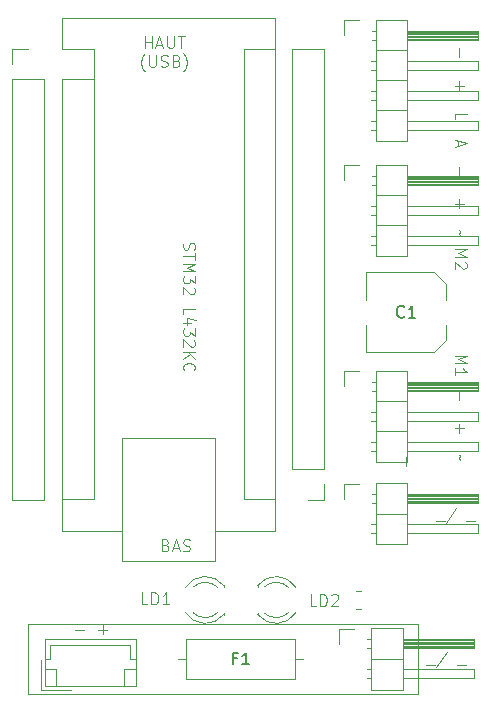
<source format=gbr>
%TF.GenerationSoftware,KiCad,Pcbnew,8.0.3*%
%TF.CreationDate,2024-09-28T16:02:09+02:00*%
%TF.ProjectId,pcb_robot,7063625f-726f-4626-9f74-2e6b69636164,rev?*%
%TF.SameCoordinates,Original*%
%TF.FileFunction,Legend,Top*%
%TF.FilePolarity,Positive*%
%FSLAX46Y46*%
G04 Gerber Fmt 4.6, Leading zero omitted, Abs format (unit mm)*
G04 Created by KiCad (PCBNEW 8.0.3) date 2024-09-28 16:02:09*
%MOMM*%
%LPD*%
G01*
G04 APERTURE LIST*
%ADD10C,0.100000*%
%ADD11C,0.150000*%
%ADD12C,0.120000*%
G04 APERTURE END LIST*
D10*
X130000000Y-109000000D02*
X163000000Y-109000000D01*
X163000000Y-115000000D01*
X130000000Y-115000000D01*
X130000000Y-109000000D01*
X163719331Y-112512443D02*
X164481235Y-112512443D01*
X165433616Y-111369586D02*
X164576474Y-112655300D01*
X166290760Y-112512443D02*
X167052664Y-112512443D01*
X166127580Y-86303884D02*
X167127580Y-86303884D01*
X167127580Y-86303884D02*
X166413295Y-86637217D01*
X166413295Y-86637217D02*
X167127580Y-86970550D01*
X167127580Y-86970550D02*
X166127580Y-86970550D01*
X166127580Y-87970550D02*
X166127580Y-87399122D01*
X166127580Y-87684836D02*
X167127580Y-87684836D01*
X167127580Y-87684836D02*
X166984723Y-87589598D01*
X166984723Y-87589598D02*
X166889485Y-87494360D01*
X166889485Y-87494360D02*
X166841866Y-87399122D01*
X143175200Y-76756265D02*
X143127580Y-76899122D01*
X143127580Y-76899122D02*
X143127580Y-77137217D01*
X143127580Y-77137217D02*
X143175200Y-77232455D01*
X143175200Y-77232455D02*
X143222819Y-77280074D01*
X143222819Y-77280074D02*
X143318057Y-77327693D01*
X143318057Y-77327693D02*
X143413295Y-77327693D01*
X143413295Y-77327693D02*
X143508533Y-77280074D01*
X143508533Y-77280074D02*
X143556152Y-77232455D01*
X143556152Y-77232455D02*
X143603771Y-77137217D01*
X143603771Y-77137217D02*
X143651390Y-76946741D01*
X143651390Y-76946741D02*
X143699009Y-76851503D01*
X143699009Y-76851503D02*
X143746628Y-76803884D01*
X143746628Y-76803884D02*
X143841866Y-76756265D01*
X143841866Y-76756265D02*
X143937104Y-76756265D01*
X143937104Y-76756265D02*
X144032342Y-76803884D01*
X144032342Y-76803884D02*
X144079961Y-76851503D01*
X144079961Y-76851503D02*
X144127580Y-76946741D01*
X144127580Y-76946741D02*
X144127580Y-77184836D01*
X144127580Y-77184836D02*
X144079961Y-77327693D01*
X144127580Y-77613408D02*
X144127580Y-78184836D01*
X143127580Y-77899122D02*
X144127580Y-77899122D01*
X143127580Y-78518170D02*
X144127580Y-78518170D01*
X144127580Y-78518170D02*
X143413295Y-78851503D01*
X143413295Y-78851503D02*
X144127580Y-79184836D01*
X144127580Y-79184836D02*
X143127580Y-79184836D01*
X144127580Y-79565789D02*
X144127580Y-80184836D01*
X144127580Y-80184836D02*
X143746628Y-79851503D01*
X143746628Y-79851503D02*
X143746628Y-79994360D01*
X143746628Y-79994360D02*
X143699009Y-80089598D01*
X143699009Y-80089598D02*
X143651390Y-80137217D01*
X143651390Y-80137217D02*
X143556152Y-80184836D01*
X143556152Y-80184836D02*
X143318057Y-80184836D01*
X143318057Y-80184836D02*
X143222819Y-80137217D01*
X143222819Y-80137217D02*
X143175200Y-80089598D01*
X143175200Y-80089598D02*
X143127580Y-79994360D01*
X143127580Y-79994360D02*
X143127580Y-79708646D01*
X143127580Y-79708646D02*
X143175200Y-79613408D01*
X143175200Y-79613408D02*
X143222819Y-79565789D01*
X144032342Y-80565789D02*
X144079961Y-80613408D01*
X144079961Y-80613408D02*
X144127580Y-80708646D01*
X144127580Y-80708646D02*
X144127580Y-80946741D01*
X144127580Y-80946741D02*
X144079961Y-81041979D01*
X144079961Y-81041979D02*
X144032342Y-81089598D01*
X144032342Y-81089598D02*
X143937104Y-81137217D01*
X143937104Y-81137217D02*
X143841866Y-81137217D01*
X143841866Y-81137217D02*
X143699009Y-81089598D01*
X143699009Y-81089598D02*
X143127580Y-80518170D01*
X143127580Y-80518170D02*
X143127580Y-81137217D01*
X143127580Y-82803884D02*
X143127580Y-82327694D01*
X143127580Y-82327694D02*
X144127580Y-82327694D01*
X143794247Y-83565789D02*
X143127580Y-83565789D01*
X144175200Y-83327694D02*
X143460914Y-83089599D01*
X143460914Y-83089599D02*
X143460914Y-83708646D01*
X144127580Y-83994361D02*
X144127580Y-84613408D01*
X144127580Y-84613408D02*
X143746628Y-84280075D01*
X143746628Y-84280075D02*
X143746628Y-84422932D01*
X143746628Y-84422932D02*
X143699009Y-84518170D01*
X143699009Y-84518170D02*
X143651390Y-84565789D01*
X143651390Y-84565789D02*
X143556152Y-84613408D01*
X143556152Y-84613408D02*
X143318057Y-84613408D01*
X143318057Y-84613408D02*
X143222819Y-84565789D01*
X143222819Y-84565789D02*
X143175200Y-84518170D01*
X143175200Y-84518170D02*
X143127580Y-84422932D01*
X143127580Y-84422932D02*
X143127580Y-84137218D01*
X143127580Y-84137218D02*
X143175200Y-84041980D01*
X143175200Y-84041980D02*
X143222819Y-83994361D01*
X144032342Y-84994361D02*
X144079961Y-85041980D01*
X144079961Y-85041980D02*
X144127580Y-85137218D01*
X144127580Y-85137218D02*
X144127580Y-85375313D01*
X144127580Y-85375313D02*
X144079961Y-85470551D01*
X144079961Y-85470551D02*
X144032342Y-85518170D01*
X144032342Y-85518170D02*
X143937104Y-85565789D01*
X143937104Y-85565789D02*
X143841866Y-85565789D01*
X143841866Y-85565789D02*
X143699009Y-85518170D01*
X143699009Y-85518170D02*
X143127580Y-84946742D01*
X143127580Y-84946742D02*
X143127580Y-85565789D01*
X143127580Y-85994361D02*
X144127580Y-85994361D01*
X143127580Y-86565789D02*
X143699009Y-86137218D01*
X144127580Y-86565789D02*
X143556152Y-85994361D01*
X143222819Y-87565789D02*
X143175200Y-87518170D01*
X143175200Y-87518170D02*
X143127580Y-87375313D01*
X143127580Y-87375313D02*
X143127580Y-87280075D01*
X143127580Y-87280075D02*
X143175200Y-87137218D01*
X143175200Y-87137218D02*
X143270438Y-87041980D01*
X143270438Y-87041980D02*
X143365676Y-86994361D01*
X143365676Y-86994361D02*
X143556152Y-86946742D01*
X143556152Y-86946742D02*
X143699009Y-86946742D01*
X143699009Y-86946742D02*
X143889485Y-86994361D01*
X143889485Y-86994361D02*
X143984723Y-87041980D01*
X143984723Y-87041980D02*
X144079961Y-87137218D01*
X144079961Y-87137218D02*
X144127580Y-87280075D01*
X144127580Y-87280075D02*
X144127580Y-87375313D01*
X144127580Y-87375313D02*
X144079961Y-87518170D01*
X144079961Y-87518170D02*
X144032342Y-87565789D01*
X166508533Y-60303884D02*
X166508533Y-61065789D01*
X166508533Y-63065789D02*
X166508533Y-63827694D01*
X166127580Y-63446741D02*
X166889485Y-63446741D01*
X166127580Y-66303884D02*
X166127580Y-65827694D01*
X166127580Y-65827694D02*
X167127580Y-65827694D01*
X166413295Y-68113409D02*
X166413295Y-68589599D01*
X166127580Y-68018171D02*
X167127580Y-68351504D01*
X167127580Y-68351504D02*
X166127580Y-68684837D01*
X164507144Y-100317257D02*
X165269048Y-100317257D01*
X166221429Y-99174400D02*
X165364287Y-100460114D01*
X167078573Y-100317257D02*
X167840477Y-100317257D01*
X139880952Y-60262475D02*
X139880952Y-59262475D01*
X139880952Y-59738665D02*
X140452380Y-59738665D01*
X140452380Y-60262475D02*
X140452380Y-59262475D01*
X140880952Y-59976760D02*
X141357142Y-59976760D01*
X140785714Y-60262475D02*
X141119047Y-59262475D01*
X141119047Y-59262475D02*
X141452380Y-60262475D01*
X141785714Y-59262475D02*
X141785714Y-60071998D01*
X141785714Y-60071998D02*
X141833333Y-60167236D01*
X141833333Y-60167236D02*
X141880952Y-60214856D01*
X141880952Y-60214856D02*
X141976190Y-60262475D01*
X141976190Y-60262475D02*
X142166666Y-60262475D01*
X142166666Y-60262475D02*
X142261904Y-60214856D01*
X142261904Y-60214856D02*
X142309523Y-60167236D01*
X142309523Y-60167236D02*
X142357142Y-60071998D01*
X142357142Y-60071998D02*
X142357142Y-59262475D01*
X142690476Y-59262475D02*
X143261904Y-59262475D01*
X142976190Y-60262475D02*
X142976190Y-59262475D01*
X139857142Y-62253371D02*
X139809523Y-62205752D01*
X139809523Y-62205752D02*
X139714285Y-62062895D01*
X139714285Y-62062895D02*
X139666666Y-61967657D01*
X139666666Y-61967657D02*
X139619047Y-61824800D01*
X139619047Y-61824800D02*
X139571428Y-61586704D01*
X139571428Y-61586704D02*
X139571428Y-61396228D01*
X139571428Y-61396228D02*
X139619047Y-61158133D01*
X139619047Y-61158133D02*
X139666666Y-61015276D01*
X139666666Y-61015276D02*
X139714285Y-60920038D01*
X139714285Y-60920038D02*
X139809523Y-60777180D01*
X139809523Y-60777180D02*
X139857142Y-60729561D01*
X140238095Y-60872419D02*
X140238095Y-61681942D01*
X140238095Y-61681942D02*
X140285714Y-61777180D01*
X140285714Y-61777180D02*
X140333333Y-61824800D01*
X140333333Y-61824800D02*
X140428571Y-61872419D01*
X140428571Y-61872419D02*
X140619047Y-61872419D01*
X140619047Y-61872419D02*
X140714285Y-61824800D01*
X140714285Y-61824800D02*
X140761904Y-61777180D01*
X140761904Y-61777180D02*
X140809523Y-61681942D01*
X140809523Y-61681942D02*
X140809523Y-60872419D01*
X141238095Y-61824800D02*
X141380952Y-61872419D01*
X141380952Y-61872419D02*
X141619047Y-61872419D01*
X141619047Y-61872419D02*
X141714285Y-61824800D01*
X141714285Y-61824800D02*
X141761904Y-61777180D01*
X141761904Y-61777180D02*
X141809523Y-61681942D01*
X141809523Y-61681942D02*
X141809523Y-61586704D01*
X141809523Y-61586704D02*
X141761904Y-61491466D01*
X141761904Y-61491466D02*
X141714285Y-61443847D01*
X141714285Y-61443847D02*
X141619047Y-61396228D01*
X141619047Y-61396228D02*
X141428571Y-61348609D01*
X141428571Y-61348609D02*
X141333333Y-61300990D01*
X141333333Y-61300990D02*
X141285714Y-61253371D01*
X141285714Y-61253371D02*
X141238095Y-61158133D01*
X141238095Y-61158133D02*
X141238095Y-61062895D01*
X141238095Y-61062895D02*
X141285714Y-60967657D01*
X141285714Y-60967657D02*
X141333333Y-60920038D01*
X141333333Y-60920038D02*
X141428571Y-60872419D01*
X141428571Y-60872419D02*
X141666666Y-60872419D01*
X141666666Y-60872419D02*
X141809523Y-60920038D01*
X142571428Y-61348609D02*
X142714285Y-61396228D01*
X142714285Y-61396228D02*
X142761904Y-61443847D01*
X142761904Y-61443847D02*
X142809523Y-61539085D01*
X142809523Y-61539085D02*
X142809523Y-61681942D01*
X142809523Y-61681942D02*
X142761904Y-61777180D01*
X142761904Y-61777180D02*
X142714285Y-61824800D01*
X142714285Y-61824800D02*
X142619047Y-61872419D01*
X142619047Y-61872419D02*
X142238095Y-61872419D01*
X142238095Y-61872419D02*
X142238095Y-60872419D01*
X142238095Y-60872419D02*
X142571428Y-60872419D01*
X142571428Y-60872419D02*
X142666666Y-60920038D01*
X142666666Y-60920038D02*
X142714285Y-60967657D01*
X142714285Y-60967657D02*
X142761904Y-61062895D01*
X142761904Y-61062895D02*
X142761904Y-61158133D01*
X142761904Y-61158133D02*
X142714285Y-61253371D01*
X142714285Y-61253371D02*
X142666666Y-61300990D01*
X142666666Y-61300990D02*
X142571428Y-61348609D01*
X142571428Y-61348609D02*
X142238095Y-61348609D01*
X143142857Y-62253371D02*
X143190476Y-62205752D01*
X143190476Y-62205752D02*
X143285714Y-62062895D01*
X143285714Y-62062895D02*
X143333333Y-61967657D01*
X143333333Y-61967657D02*
X143380952Y-61824800D01*
X143380952Y-61824800D02*
X143428571Y-61586704D01*
X143428571Y-61586704D02*
X143428571Y-61396228D01*
X143428571Y-61396228D02*
X143380952Y-61158133D01*
X143380952Y-61158133D02*
X143333333Y-61015276D01*
X143333333Y-61015276D02*
X143285714Y-60920038D01*
X143285714Y-60920038D02*
X143190476Y-60777180D01*
X143190476Y-60777180D02*
X143142857Y-60729561D01*
X154398989Y-107518871D02*
X153922799Y-107518871D01*
X153922799Y-107518871D02*
X153922799Y-106518871D01*
X154732323Y-107518871D02*
X154732323Y-106518871D01*
X154732323Y-106518871D02*
X154970418Y-106518871D01*
X154970418Y-106518871D02*
X155113275Y-106566490D01*
X155113275Y-106566490D02*
X155208513Y-106661728D01*
X155208513Y-106661728D02*
X155256132Y-106756966D01*
X155256132Y-106756966D02*
X155303751Y-106947442D01*
X155303751Y-106947442D02*
X155303751Y-107090299D01*
X155303751Y-107090299D02*
X155256132Y-107280775D01*
X155256132Y-107280775D02*
X155208513Y-107376013D01*
X155208513Y-107376013D02*
X155113275Y-107471252D01*
X155113275Y-107471252D02*
X154970418Y-107518871D01*
X154970418Y-107518871D02*
X154732323Y-107518871D01*
X155684704Y-106614109D02*
X155732323Y-106566490D01*
X155732323Y-106566490D02*
X155827561Y-106518871D01*
X155827561Y-106518871D02*
X156065656Y-106518871D01*
X156065656Y-106518871D02*
X156160894Y-106566490D01*
X156160894Y-106566490D02*
X156208513Y-106614109D01*
X156208513Y-106614109D02*
X156256132Y-106709347D01*
X156256132Y-106709347D02*
X156256132Y-106804585D01*
X156256132Y-106804585D02*
X156208513Y-106947442D01*
X156208513Y-106947442D02*
X155637085Y-107518871D01*
X155637085Y-107518871D02*
X156256132Y-107518871D01*
X140108301Y-107366437D02*
X139632111Y-107366437D01*
X139632111Y-107366437D02*
X139632111Y-106366437D01*
X140441635Y-107366437D02*
X140441635Y-106366437D01*
X140441635Y-106366437D02*
X140679730Y-106366437D01*
X140679730Y-106366437D02*
X140822587Y-106414056D01*
X140822587Y-106414056D02*
X140917825Y-106509294D01*
X140917825Y-106509294D02*
X140965444Y-106604532D01*
X140965444Y-106604532D02*
X141013063Y-106795008D01*
X141013063Y-106795008D02*
X141013063Y-106937865D01*
X141013063Y-106937865D02*
X140965444Y-107128341D01*
X140965444Y-107128341D02*
X140917825Y-107223579D01*
X140917825Y-107223579D02*
X140822587Y-107318818D01*
X140822587Y-107318818D02*
X140679730Y-107366437D01*
X140679730Y-107366437D02*
X140441635Y-107366437D01*
X141965444Y-107366437D02*
X141394016Y-107366437D01*
X141679730Y-107366437D02*
X141679730Y-106366437D01*
X141679730Y-106366437D02*
X141584492Y-106509294D01*
X141584492Y-106509294D02*
X141489254Y-106604532D01*
X141489254Y-106604532D02*
X141394016Y-106652151D01*
X166127580Y-77303884D02*
X167127580Y-77303884D01*
X167127580Y-77303884D02*
X166413295Y-77637217D01*
X166413295Y-77637217D02*
X167127580Y-77970550D01*
X167127580Y-77970550D02*
X166127580Y-77970550D01*
X167032342Y-78399122D02*
X167079961Y-78446741D01*
X167079961Y-78446741D02*
X167127580Y-78541979D01*
X167127580Y-78541979D02*
X167127580Y-78780074D01*
X167127580Y-78780074D02*
X167079961Y-78875312D01*
X167079961Y-78875312D02*
X167032342Y-78922931D01*
X167032342Y-78922931D02*
X166937104Y-78970550D01*
X166937104Y-78970550D02*
X166841866Y-78970550D01*
X166841866Y-78970550D02*
X166699009Y-78922931D01*
X166699009Y-78922931D02*
X166127580Y-78351503D01*
X166127580Y-78351503D02*
X166127580Y-78970550D01*
X162008533Y-94903884D02*
X162008533Y-95665789D01*
X166508533Y-89303884D02*
X166508533Y-90065789D01*
X166508533Y-92065789D02*
X166508533Y-92827694D01*
X166127580Y-92446741D02*
X166889485Y-92446741D01*
X166508533Y-94684837D02*
X166556152Y-94732456D01*
X166556152Y-94732456D02*
X166603771Y-94827694D01*
X166603771Y-94827694D02*
X166508533Y-95018170D01*
X166508533Y-95018170D02*
X166556152Y-95113408D01*
X166556152Y-95113408D02*
X166603771Y-95161027D01*
X141637217Y-102348609D02*
X141780074Y-102396228D01*
X141780074Y-102396228D02*
X141827693Y-102443847D01*
X141827693Y-102443847D02*
X141875312Y-102539085D01*
X141875312Y-102539085D02*
X141875312Y-102681942D01*
X141875312Y-102681942D02*
X141827693Y-102777180D01*
X141827693Y-102777180D02*
X141780074Y-102824800D01*
X141780074Y-102824800D02*
X141684836Y-102872419D01*
X141684836Y-102872419D02*
X141303884Y-102872419D01*
X141303884Y-102872419D02*
X141303884Y-101872419D01*
X141303884Y-101872419D02*
X141637217Y-101872419D01*
X141637217Y-101872419D02*
X141732455Y-101920038D01*
X141732455Y-101920038D02*
X141780074Y-101967657D01*
X141780074Y-101967657D02*
X141827693Y-102062895D01*
X141827693Y-102062895D02*
X141827693Y-102158133D01*
X141827693Y-102158133D02*
X141780074Y-102253371D01*
X141780074Y-102253371D02*
X141732455Y-102300990D01*
X141732455Y-102300990D02*
X141637217Y-102348609D01*
X141637217Y-102348609D02*
X141303884Y-102348609D01*
X142256265Y-102586704D02*
X142732455Y-102586704D01*
X142161027Y-102872419D02*
X142494360Y-101872419D01*
X142494360Y-101872419D02*
X142827693Y-102872419D01*
X143113408Y-102824800D02*
X143256265Y-102872419D01*
X143256265Y-102872419D02*
X143494360Y-102872419D01*
X143494360Y-102872419D02*
X143589598Y-102824800D01*
X143589598Y-102824800D02*
X143637217Y-102777180D01*
X143637217Y-102777180D02*
X143684836Y-102681942D01*
X143684836Y-102681942D02*
X143684836Y-102586704D01*
X143684836Y-102586704D02*
X143637217Y-102491466D01*
X143637217Y-102491466D02*
X143589598Y-102443847D01*
X143589598Y-102443847D02*
X143494360Y-102396228D01*
X143494360Y-102396228D02*
X143303884Y-102348609D01*
X143303884Y-102348609D02*
X143208646Y-102300990D01*
X143208646Y-102300990D02*
X143161027Y-102253371D01*
X143161027Y-102253371D02*
X143113408Y-102158133D01*
X143113408Y-102158133D02*
X143113408Y-102062895D01*
X143113408Y-102062895D02*
X143161027Y-101967657D01*
X143161027Y-101967657D02*
X143208646Y-101920038D01*
X143208646Y-101920038D02*
X143303884Y-101872419D01*
X143303884Y-101872419D02*
X143541979Y-101872419D01*
X143541979Y-101872419D02*
X143684836Y-101920038D01*
X136696115Y-109508533D02*
X135934211Y-109508533D01*
X136315163Y-109127580D02*
X136315163Y-109889485D01*
X134696115Y-109508533D02*
X133934211Y-109508533D01*
X166508533Y-70303884D02*
X166508533Y-71065789D01*
X166508533Y-73065789D02*
X166508533Y-73827694D01*
X166127580Y-73446741D02*
X166889485Y-73446741D01*
X166508533Y-75684837D02*
X166556152Y-75732456D01*
X166556152Y-75732456D02*
X166603771Y-75827694D01*
X166603771Y-75827694D02*
X166508533Y-76018170D01*
X166508533Y-76018170D02*
X166556152Y-76113408D01*
X166556152Y-76113408D02*
X166603771Y-76161027D01*
D11*
X147666666Y-111931009D02*
X147333333Y-111931009D01*
X147333333Y-112454819D02*
X147333333Y-111454819D01*
X147333333Y-111454819D02*
X147809523Y-111454819D01*
X148714285Y-112454819D02*
X148142857Y-112454819D01*
X148428571Y-112454819D02*
X148428571Y-111454819D01*
X148428571Y-111454819D02*
X148333333Y-111597676D01*
X148333333Y-111597676D02*
X148238095Y-111692914D01*
X148238095Y-111692914D02*
X148142857Y-111740533D01*
X161833333Y-82994777D02*
X161785714Y-83042397D01*
X161785714Y-83042397D02*
X161642857Y-83090016D01*
X161642857Y-83090016D02*
X161547619Y-83090016D01*
X161547619Y-83090016D02*
X161404762Y-83042397D01*
X161404762Y-83042397D02*
X161309524Y-82947158D01*
X161309524Y-82947158D02*
X161261905Y-82851920D01*
X161261905Y-82851920D02*
X161214286Y-82661444D01*
X161214286Y-82661444D02*
X161214286Y-82518587D01*
X161214286Y-82518587D02*
X161261905Y-82328111D01*
X161261905Y-82328111D02*
X161309524Y-82232873D01*
X161309524Y-82232873D02*
X161404762Y-82137635D01*
X161404762Y-82137635D02*
X161547619Y-82090016D01*
X161547619Y-82090016D02*
X161642857Y-82090016D01*
X161642857Y-82090016D02*
X161785714Y-82137635D01*
X161785714Y-82137635D02*
X161833333Y-82185254D01*
X162785714Y-83090016D02*
X162214286Y-83090016D01*
X162500000Y-83090016D02*
X162500000Y-82090016D01*
X162500000Y-82090016D02*
X162404762Y-82232873D01*
X162404762Y-82232873D02*
X162309524Y-82328111D01*
X162309524Y-82328111D02*
X162214286Y-82375730D01*
D12*
%TO.C,J7*%
X156730000Y-57930000D02*
X158000000Y-57930000D01*
X156730000Y-59200000D02*
X156730000Y-57930000D01*
X159042929Y-61360000D02*
X159440000Y-61360000D01*
X159042929Y-62120000D02*
X159440000Y-62120000D01*
X159042929Y-63900000D02*
X159440000Y-63900000D01*
X159042929Y-64660000D02*
X159440000Y-64660000D01*
X159042929Y-66440000D02*
X159440000Y-66440000D01*
X159042929Y-67200000D02*
X159440000Y-67200000D01*
X159110000Y-58820000D02*
X159440000Y-58820000D01*
X159110000Y-59580000D02*
X159440000Y-59580000D01*
X159440000Y-57870000D02*
X159440000Y-68150000D01*
X159440000Y-60470000D02*
X162100000Y-60470000D01*
X159440000Y-63010000D02*
X162100000Y-63010000D01*
X159440000Y-65550000D02*
X162100000Y-65550000D01*
X159440000Y-68150000D02*
X162100000Y-68150000D01*
X162100000Y-57870000D02*
X159440000Y-57870000D01*
X162100000Y-58820000D02*
X168100000Y-58820000D01*
X162100000Y-58880000D02*
X168100000Y-58880000D01*
X162100000Y-59000000D02*
X168100000Y-59000000D01*
X162100000Y-59120000D02*
X168100000Y-59120000D01*
X162100000Y-59240000D02*
X168100000Y-59240000D01*
X162100000Y-59360000D02*
X168100000Y-59360000D01*
X162100000Y-59480000D02*
X168100000Y-59480000D01*
X162100000Y-61360000D02*
X168100000Y-61360000D01*
X162100000Y-63900000D02*
X168100000Y-63900000D01*
X162100000Y-66440000D02*
X168100000Y-66440000D01*
X162100000Y-68150000D02*
X162100000Y-57870000D01*
X168100000Y-58820000D02*
X168100000Y-59580000D01*
X168100000Y-59580000D02*
X162100000Y-59580000D01*
X168100000Y-61360000D02*
X168100000Y-62120000D01*
X168100000Y-62120000D02*
X162100000Y-62120000D01*
X168100000Y-63900000D02*
X168100000Y-64660000D01*
X168100000Y-64660000D02*
X162100000Y-64660000D01*
X168100000Y-66440000D02*
X168100000Y-67200000D01*
X168100000Y-67200000D02*
X162100000Y-67200000D01*
%TO.C,J5*%
X131090000Y-112110000D02*
X131090000Y-114610000D01*
X131090000Y-114610000D02*
X133590000Y-114610000D01*
X131390000Y-110290000D02*
X131390000Y-114310000D01*
X131390000Y-112000000D02*
X131890000Y-112000000D01*
X131390000Y-112810000D02*
X132390000Y-112810000D01*
X131390000Y-114310000D02*
X139110000Y-114310000D01*
X131890000Y-110790000D02*
X138610000Y-110790000D01*
X131890000Y-112000000D02*
X131890000Y-110790000D01*
X132390000Y-112810000D02*
X132390000Y-114310000D01*
X138110000Y-112810000D02*
X138110000Y-114310000D01*
X138610000Y-110790000D02*
X138610000Y-112000000D01*
X138610000Y-112000000D02*
X139110000Y-112000000D01*
X139110000Y-110290000D02*
X131390000Y-110290000D01*
X139110000Y-112810000D02*
X138110000Y-112810000D01*
X139110000Y-114310000D02*
X139110000Y-110290000D01*
%TO.C,D1*%
X149440000Y-105764000D02*
X149440000Y-105920000D01*
X149440000Y-108080000D02*
X149440000Y-108236000D01*
X149440000Y-105764484D02*
G75*
G02*
X152672335Y-105921392I1560000J-1235516D01*
G01*
X149959039Y-105920000D02*
G75*
G02*
X152041130Y-105920163I1040961J-1080000D01*
G01*
X152041130Y-108079837D02*
G75*
G02*
X149959039Y-108080000I-1041130J1079837D01*
G01*
X152672335Y-108078608D02*
G75*
G02*
X149440000Y-108235516I-1672335J1078608D01*
G01*
%TO.C,J6*%
X156733632Y-97160000D02*
X158003632Y-97160000D01*
X156733632Y-98430000D02*
X156733632Y-97160000D01*
X159046561Y-100590000D02*
X159443632Y-100590000D01*
X159046561Y-101350000D02*
X159443632Y-101350000D01*
X159113632Y-98050000D02*
X159443632Y-98050000D01*
X159113632Y-98810000D02*
X159443632Y-98810000D01*
X159443632Y-97100000D02*
X159443632Y-102300000D01*
X159443632Y-99700000D02*
X162103632Y-99700000D01*
X159443632Y-102300000D02*
X162103632Y-102300000D01*
X162103632Y-97100000D02*
X159443632Y-97100000D01*
X162103632Y-98050000D02*
X168103632Y-98050000D01*
X162103632Y-98110000D02*
X168103632Y-98110000D01*
X162103632Y-98230000D02*
X168103632Y-98230000D01*
X162103632Y-98350000D02*
X168103632Y-98350000D01*
X162103632Y-98470000D02*
X168103632Y-98470000D01*
X162103632Y-98590000D02*
X168103632Y-98590000D01*
X162103632Y-98710000D02*
X168103632Y-98710000D01*
X162103632Y-100590000D02*
X168103632Y-100590000D01*
X162103632Y-102300000D02*
X162103632Y-97100000D01*
X168103632Y-98050000D02*
X168103632Y-98810000D01*
X168103632Y-98810000D02*
X162103632Y-98810000D01*
X168103632Y-100590000D02*
X168103632Y-101350000D01*
X168103632Y-101350000D02*
X162103632Y-101350000D01*
%TO.C,J2*%
X156730000Y-87650000D02*
X158000000Y-87650000D01*
X156730000Y-88920000D02*
X156730000Y-87650000D01*
X159042929Y-91080000D02*
X159440000Y-91080000D01*
X159042929Y-91840000D02*
X159440000Y-91840000D01*
X159042929Y-93620000D02*
X159440000Y-93620000D01*
X159042929Y-94380000D02*
X159440000Y-94380000D01*
X159110000Y-88540000D02*
X159440000Y-88540000D01*
X159110000Y-89300000D02*
X159440000Y-89300000D01*
X159440000Y-87590000D02*
X159440000Y-95330000D01*
X159440000Y-90190000D02*
X162100000Y-90190000D01*
X159440000Y-92730000D02*
X162100000Y-92730000D01*
X159440000Y-95330000D02*
X162100000Y-95330000D01*
X162100000Y-87590000D02*
X159440000Y-87590000D01*
X162100000Y-88540000D02*
X168100000Y-88540000D01*
X162100000Y-88600000D02*
X168100000Y-88600000D01*
X162100000Y-88720000D02*
X168100000Y-88720000D01*
X162100000Y-88840000D02*
X168100000Y-88840000D01*
X162100000Y-88960000D02*
X168100000Y-88960000D01*
X162100000Y-89080000D02*
X168100000Y-89080000D01*
X162100000Y-89200000D02*
X168100000Y-89200000D01*
X162100000Y-91080000D02*
X168100000Y-91080000D01*
X162100000Y-93620000D02*
X168100000Y-93620000D01*
X162100000Y-95330000D02*
X162100000Y-87590000D01*
X168100000Y-88540000D02*
X168100000Y-89300000D01*
X168100000Y-89300000D02*
X162100000Y-89300000D01*
X168100000Y-91080000D02*
X168100000Y-91840000D01*
X168100000Y-91840000D02*
X162100000Y-91840000D01*
X168100000Y-93620000D02*
X168100000Y-94380000D01*
X168100000Y-94380000D02*
X162100000Y-94380000D01*
%TO.C,J4*%
X156355000Y-109455000D02*
X157625000Y-109455000D01*
X156355000Y-110725000D02*
X156355000Y-109455000D01*
X158667929Y-112885000D02*
X159065000Y-112885000D01*
X158667929Y-113645000D02*
X159065000Y-113645000D01*
X158735000Y-110345000D02*
X159065000Y-110345000D01*
X158735000Y-111105000D02*
X159065000Y-111105000D01*
X159065000Y-109395000D02*
X159065000Y-114595000D01*
X159065000Y-111995000D02*
X161725000Y-111995000D01*
X159065000Y-114595000D02*
X161725000Y-114595000D01*
X161725000Y-109395000D02*
X159065000Y-109395000D01*
X161725000Y-110345000D02*
X167725000Y-110345000D01*
X161725000Y-110405000D02*
X167725000Y-110405000D01*
X161725000Y-110525000D02*
X167725000Y-110525000D01*
X161725000Y-110645000D02*
X167725000Y-110645000D01*
X161725000Y-110765000D02*
X167725000Y-110765000D01*
X161725000Y-110885000D02*
X167725000Y-110885000D01*
X161725000Y-111005000D02*
X167725000Y-111005000D01*
X161725000Y-112885000D02*
X167725000Y-112885000D01*
X161725000Y-114595000D02*
X161725000Y-109395000D01*
X167725000Y-110345000D02*
X167725000Y-111105000D01*
X167725000Y-111105000D02*
X161725000Y-111105000D01*
X167725000Y-112885000D02*
X167725000Y-113645000D01*
X167725000Y-113645000D02*
X161725000Y-113645000D01*
%TO.C,J9*%
X152373632Y-95930000D02*
X152373632Y-60310000D01*
X155033632Y-60310000D02*
X152373632Y-60310000D01*
X155033632Y-95930000D02*
X152373632Y-95930000D01*
X155033632Y-95930000D02*
X155033632Y-60310000D01*
X155033632Y-97200000D02*
X155033632Y-98530000D01*
X155033632Y-98530000D02*
X153703632Y-98530000D01*
%TO.C,J10*%
X128670000Y-60310000D02*
X130000000Y-60310000D01*
X128670000Y-61640000D02*
X128670000Y-60310000D01*
X128670000Y-62910000D02*
X128670000Y-98530000D01*
X128670000Y-62910000D02*
X131330000Y-62910000D01*
X128670000Y-98530000D02*
X131330000Y-98530000D01*
X131330000Y-62910000D02*
X131330000Y-98530000D01*
%TO.C,D2*%
X146560000Y-105920000D02*
X146560000Y-105764000D01*
X146560000Y-108236000D02*
X146560000Y-108080000D01*
X143327665Y-105921392D02*
G75*
G02*
X146560000Y-105764484I1672335J-1078608D01*
G01*
X143958870Y-105920163D02*
G75*
G02*
X146040961Y-105920000I1041130J-1079837D01*
G01*
X146040961Y-108080000D02*
G75*
G02*
X143958870Y-108079837I-1040961J1080000D01*
G01*
X146560000Y-108235516D02*
G75*
G02*
X143327665Y-108078608I-1560000J1235516D01*
G01*
%TO.C,F1*%
X142690000Y-112000000D02*
X143380000Y-112000000D01*
X143380000Y-110280000D02*
X143380000Y-113720000D01*
X143380000Y-113720000D02*
X152620000Y-113720000D01*
X152620000Y-110280000D02*
X143380000Y-110280000D01*
X152620000Y-113720000D02*
X152620000Y-110280000D01*
X153310000Y-112000000D02*
X152620000Y-112000000D01*
%TO.C,J3*%
X156730000Y-70205000D02*
X158000000Y-70205000D01*
X156730000Y-71475000D02*
X156730000Y-70205000D01*
X159042929Y-73635000D02*
X159440000Y-73635000D01*
X159042929Y-74395000D02*
X159440000Y-74395000D01*
X159042929Y-76175000D02*
X159440000Y-76175000D01*
X159042929Y-76935000D02*
X159440000Y-76935000D01*
X159110000Y-71095000D02*
X159440000Y-71095000D01*
X159110000Y-71855000D02*
X159440000Y-71855000D01*
X159440000Y-70145000D02*
X159440000Y-77885000D01*
X159440000Y-72745000D02*
X162100000Y-72745000D01*
X159440000Y-75285000D02*
X162100000Y-75285000D01*
X159440000Y-77885000D02*
X162100000Y-77885000D01*
X162100000Y-70145000D02*
X159440000Y-70145000D01*
X162100000Y-71095000D02*
X168100000Y-71095000D01*
X162100000Y-71155000D02*
X168100000Y-71155000D01*
X162100000Y-71275000D02*
X168100000Y-71275000D01*
X162100000Y-71395000D02*
X168100000Y-71395000D01*
X162100000Y-71515000D02*
X168100000Y-71515000D01*
X162100000Y-71635000D02*
X168100000Y-71635000D01*
X162100000Y-71755000D02*
X168100000Y-71755000D01*
X162100000Y-73635000D02*
X168100000Y-73635000D01*
X162100000Y-76175000D02*
X168100000Y-76175000D01*
X162100000Y-77885000D02*
X162100000Y-70145000D01*
X168100000Y-71095000D02*
X168100000Y-71855000D01*
X168100000Y-71855000D02*
X162100000Y-71855000D01*
X168100000Y-73635000D02*
X168100000Y-74395000D01*
X168100000Y-74395000D02*
X162100000Y-74395000D01*
X168100000Y-76175000D02*
X168100000Y-76935000D01*
X168100000Y-76935000D02*
X162100000Y-76935000D01*
%TO.C,A1*%
X132890000Y-57710000D02*
X132890000Y-60380000D01*
X132890000Y-62920000D02*
X132890000Y-101150000D01*
X132890000Y-101150000D02*
X137970000Y-101150000D01*
X135560000Y-60380000D02*
X132890000Y-60380000D01*
X135560000Y-62920000D02*
X132890000Y-62920000D01*
X135560000Y-62920000D02*
X135560000Y-60380000D01*
X135560000Y-62920000D02*
X135560000Y-98480000D01*
X135560000Y-98480000D02*
X132890000Y-98480000D01*
X137970000Y-93270000D02*
X145850000Y-93270000D01*
X137970000Y-103690000D02*
X137970000Y-93270000D01*
X145850000Y-93270000D02*
X145850000Y-103690000D01*
X145850000Y-103690000D02*
X137970000Y-103690000D01*
X148260000Y-60380000D02*
X148260000Y-98480000D01*
X148260000Y-60380000D02*
X150930000Y-60380000D01*
X148260000Y-98480000D02*
X150930000Y-98480000D01*
X150930000Y-57710000D02*
X132890000Y-57710000D01*
X150930000Y-101150000D02*
X145850000Y-101150000D01*
X150930000Y-101150000D02*
X150930000Y-57710000D01*
%TO.C,C1*%
X158590000Y-79225197D02*
X158590000Y-81575197D01*
X158590000Y-86045197D02*
X158590000Y-83695197D01*
X164345563Y-79225197D02*
X158590000Y-79225197D01*
X164345563Y-86045197D02*
X158590000Y-86045197D01*
X165410000Y-80289634D02*
X164345563Y-79225197D01*
X165410000Y-80289634D02*
X165410000Y-81575197D01*
X165410000Y-84980760D02*
X164345563Y-86045197D01*
X165410000Y-84980760D02*
X165410000Y-83695197D01*
%TO.C,R1*%
X158227064Y-106265000D02*
X157772936Y-106265000D01*
X158227064Y-107735000D02*
X157772936Y-107735000D01*
%TD*%
M02*

</source>
